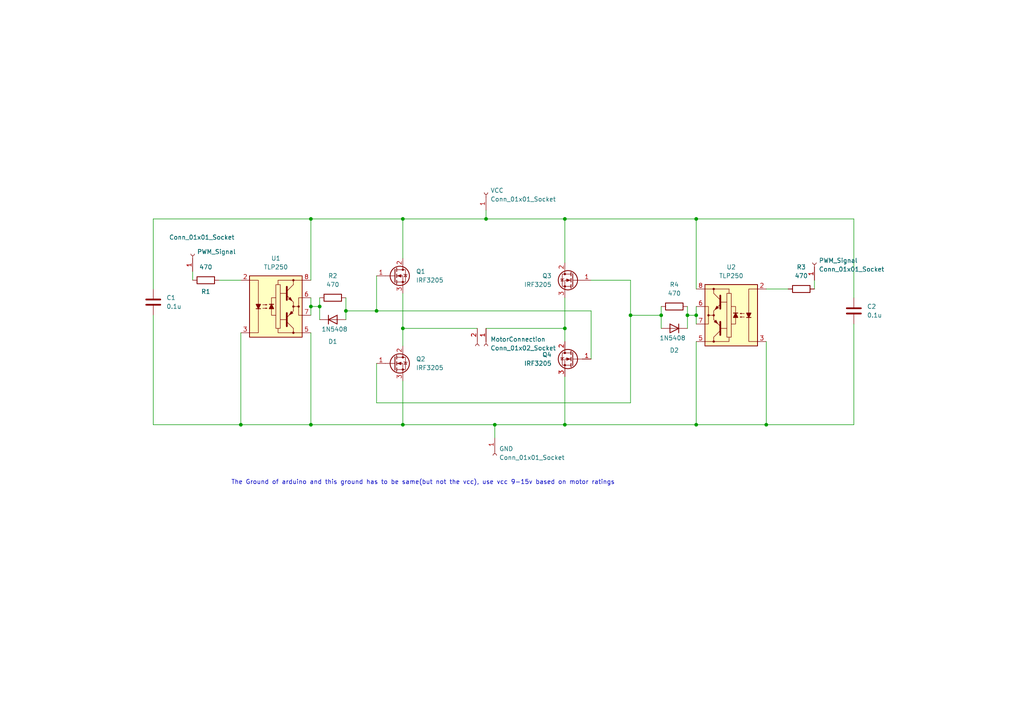
<source format=kicad_sch>
(kicad_sch
	(version 20231120)
	(generator "eeschema")
	(generator_version "8.0")
	(uuid "ae6a2e06-8306-4cd4-8eba-d8284378ee11")
	(paper "A4")
	(title_block
		(title "H-bridge")
	)
	(lib_symbols
		(symbol "Connector:Conn_01x01_Socket"
			(pin_names
				(offset 1.016) hide)
			(exclude_from_sim no)
			(in_bom yes)
			(on_board yes)
			(property "Reference" "J"
				(at 0 2.54 0)
				(effects
					(font
						(size 1.27 1.27)
					)
				)
			)
			(property "Value" "Conn_01x01_Socket"
				(at 0 -2.54 0)
				(effects
					(font
						(size 1.27 1.27)
					)
				)
			)
			(property "Footprint" ""
				(at 0 0 0)
				(effects
					(font
						(size 1.27 1.27)
					)
					(hide yes)
				)
			)
			(property "Datasheet" "~"
				(at 0 0 0)
				(effects
					(font
						(size 1.27 1.27)
					)
					(hide yes)
				)
			)
			(property "Description" "Generic connector, single row, 01x01, script generated"
				(at 0 0 0)
				(effects
					(font
						(size 1.27 1.27)
					)
					(hide yes)
				)
			)
			(property "ki_locked" ""
				(at 0 0 0)
				(effects
					(font
						(size 1.27 1.27)
					)
				)
			)
			(property "ki_keywords" "connector"
				(at 0 0 0)
				(effects
					(font
						(size 1.27 1.27)
					)
					(hide yes)
				)
			)
			(property "ki_fp_filters" "Connector*:*_1x??_*"
				(at 0 0 0)
				(effects
					(font
						(size 1.27 1.27)
					)
					(hide yes)
				)
			)
			(symbol "Conn_01x01_Socket_1_1"
				(polyline
					(pts
						(xy -1.27 0) (xy -0.508 0)
					)
					(stroke
						(width 0.1524)
						(type default)
					)
					(fill
						(type none)
					)
				)
				(arc
					(start 0 0.508)
					(mid -0.5058 0)
					(end 0 -0.508)
					(stroke
						(width 0.1524)
						(type default)
					)
					(fill
						(type none)
					)
				)
				(pin passive line
					(at -5.08 0 0)
					(length 3.81)
					(name "Pin_1"
						(effects
							(font
								(size 1.27 1.27)
							)
						)
					)
					(number "1"
						(effects
							(font
								(size 1.27 1.27)
							)
						)
					)
				)
			)
		)
		(symbol "Connector:Conn_01x02_Socket"
			(pin_names
				(offset 1.016) hide)
			(exclude_from_sim no)
			(in_bom yes)
			(on_board yes)
			(property "Reference" "J"
				(at 0 2.54 0)
				(effects
					(font
						(size 1.27 1.27)
					)
				)
			)
			(property "Value" "Conn_01x02_Socket"
				(at 0 -5.08 0)
				(effects
					(font
						(size 1.27 1.27)
					)
				)
			)
			(property "Footprint" ""
				(at 0 0 0)
				(effects
					(font
						(size 1.27 1.27)
					)
					(hide yes)
				)
			)
			(property "Datasheet" "~"
				(at 0 0 0)
				(effects
					(font
						(size 1.27 1.27)
					)
					(hide yes)
				)
			)
			(property "Description" "Generic connector, single row, 01x02, script generated"
				(at 0 0 0)
				(effects
					(font
						(size 1.27 1.27)
					)
					(hide yes)
				)
			)
			(property "ki_locked" ""
				(at 0 0 0)
				(effects
					(font
						(size 1.27 1.27)
					)
				)
			)
			(property "ki_keywords" "connector"
				(at 0 0 0)
				(effects
					(font
						(size 1.27 1.27)
					)
					(hide yes)
				)
			)
			(property "ki_fp_filters" "Connector*:*_1x??_*"
				(at 0 0 0)
				(effects
					(font
						(size 1.27 1.27)
					)
					(hide yes)
				)
			)
			(symbol "Conn_01x02_Socket_1_1"
				(arc
					(start 0 -2.032)
					(mid -0.5058 -2.54)
					(end 0 -3.048)
					(stroke
						(width 0.1524)
						(type default)
					)
					(fill
						(type none)
					)
				)
				(polyline
					(pts
						(xy -1.27 -2.54) (xy -0.508 -2.54)
					)
					(stroke
						(width 0.1524)
						(type default)
					)
					(fill
						(type none)
					)
				)
				(polyline
					(pts
						(xy -1.27 0) (xy -0.508 0)
					)
					(stroke
						(width 0.1524)
						(type default)
					)
					(fill
						(type none)
					)
				)
				(arc
					(start 0 0.508)
					(mid -0.5058 0)
					(end 0 -0.508)
					(stroke
						(width 0.1524)
						(type default)
					)
					(fill
						(type none)
					)
				)
				(pin passive line
					(at -5.08 0 0)
					(length 3.81)
					(name "Pin_1"
						(effects
							(font
								(size 1.27 1.27)
							)
						)
					)
					(number "1"
						(effects
							(font
								(size 1.27 1.27)
							)
						)
					)
				)
				(pin passive line
					(at -5.08 -2.54 0)
					(length 3.81)
					(name "Pin_2"
						(effects
							(font
								(size 1.27 1.27)
							)
						)
					)
					(number "2"
						(effects
							(font
								(size 1.27 1.27)
							)
						)
					)
				)
			)
		)
		(symbol "Device:C"
			(pin_numbers hide)
			(pin_names
				(offset 0.254)
			)
			(exclude_from_sim no)
			(in_bom yes)
			(on_board yes)
			(property "Reference" "C"
				(at 0.635 2.54 0)
				(effects
					(font
						(size 1.27 1.27)
					)
					(justify left)
				)
			)
			(property "Value" "C"
				(at 0.635 -2.54 0)
				(effects
					(font
						(size 1.27 1.27)
					)
					(justify left)
				)
			)
			(property "Footprint" ""
				(at 0.9652 -3.81 0)
				(effects
					(font
						(size 1.27 1.27)
					)
					(hide yes)
				)
			)
			(property "Datasheet" "~"
				(at 0 0 0)
				(effects
					(font
						(size 1.27 1.27)
					)
					(hide yes)
				)
			)
			(property "Description" "Unpolarized capacitor"
				(at 0 0 0)
				(effects
					(font
						(size 1.27 1.27)
					)
					(hide yes)
				)
			)
			(property "ki_keywords" "cap capacitor"
				(at 0 0 0)
				(effects
					(font
						(size 1.27 1.27)
					)
					(hide yes)
				)
			)
			(property "ki_fp_filters" "C_*"
				(at 0 0 0)
				(effects
					(font
						(size 1.27 1.27)
					)
					(hide yes)
				)
			)
			(symbol "C_0_1"
				(polyline
					(pts
						(xy -2.032 -0.762) (xy 2.032 -0.762)
					)
					(stroke
						(width 0.508)
						(type default)
					)
					(fill
						(type none)
					)
				)
				(polyline
					(pts
						(xy -2.032 0.762) (xy 2.032 0.762)
					)
					(stroke
						(width 0.508)
						(type default)
					)
					(fill
						(type none)
					)
				)
			)
			(symbol "C_1_1"
				(pin passive line
					(at 0 3.81 270)
					(length 2.794)
					(name "~"
						(effects
							(font
								(size 1.27 1.27)
							)
						)
					)
					(number "1"
						(effects
							(font
								(size 1.27 1.27)
							)
						)
					)
				)
				(pin passive line
					(at 0 -3.81 90)
					(length 2.794)
					(name "~"
						(effects
							(font
								(size 1.27 1.27)
							)
						)
					)
					(number "2"
						(effects
							(font
								(size 1.27 1.27)
							)
						)
					)
				)
			)
		)
		(symbol "Device:R"
			(pin_numbers hide)
			(pin_names
				(offset 0)
			)
			(exclude_from_sim no)
			(in_bom yes)
			(on_board yes)
			(property "Reference" "R"
				(at 2.032 0 90)
				(effects
					(font
						(size 1.27 1.27)
					)
				)
			)
			(property "Value" "R"
				(at 0 0 90)
				(effects
					(font
						(size 1.27 1.27)
					)
				)
			)
			(property "Footprint" ""
				(at -1.778 0 90)
				(effects
					(font
						(size 1.27 1.27)
					)
					(hide yes)
				)
			)
			(property "Datasheet" "~"
				(at 0 0 0)
				(effects
					(font
						(size 1.27 1.27)
					)
					(hide yes)
				)
			)
			(property "Description" "Resistor"
				(at 0 0 0)
				(effects
					(font
						(size 1.27 1.27)
					)
					(hide yes)
				)
			)
			(property "ki_keywords" "R res resistor"
				(at 0 0 0)
				(effects
					(font
						(size 1.27 1.27)
					)
					(hide yes)
				)
			)
			(property "ki_fp_filters" "R_*"
				(at 0 0 0)
				(effects
					(font
						(size 1.27 1.27)
					)
					(hide yes)
				)
			)
			(symbol "R_0_1"
				(rectangle
					(start -1.016 -2.54)
					(end 1.016 2.54)
					(stroke
						(width 0.254)
						(type default)
					)
					(fill
						(type none)
					)
				)
			)
			(symbol "R_1_1"
				(pin passive line
					(at 0 3.81 270)
					(length 1.27)
					(name "~"
						(effects
							(font
								(size 1.27 1.27)
							)
						)
					)
					(number "1"
						(effects
							(font
								(size 1.27 1.27)
							)
						)
					)
				)
				(pin passive line
					(at 0 -3.81 90)
					(length 1.27)
					(name "~"
						(effects
							(font
								(size 1.27 1.27)
							)
						)
					)
					(number "2"
						(effects
							(font
								(size 1.27 1.27)
							)
						)
					)
				)
			)
		)
		(symbol "Diode:1N5408"
			(pin_numbers hide)
			(pin_names hide)
			(exclude_from_sim no)
			(in_bom yes)
			(on_board yes)
			(property "Reference" "D"
				(at 0 2.54 0)
				(effects
					(font
						(size 1.27 1.27)
					)
				)
			)
			(property "Value" "1N5408"
				(at 0 -2.54 0)
				(effects
					(font
						(size 1.27 1.27)
					)
				)
			)
			(property "Footprint" "Diode_THT:D_DO-201AD_P15.24mm_Horizontal"
				(at 0 -4.445 0)
				(effects
					(font
						(size 1.27 1.27)
					)
					(hide yes)
				)
			)
			(property "Datasheet" "http://www.vishay.com/docs/88516/1n5400.pdf"
				(at 0 0 0)
				(effects
					(font
						(size 1.27 1.27)
					)
					(hide yes)
				)
			)
			(property "Description" "1000V 3A General Purpose Rectifier Diode, DO-201AD"
				(at 0 0 0)
				(effects
					(font
						(size 1.27 1.27)
					)
					(hide yes)
				)
			)
			(property "Sim.Device" "D"
				(at 0 0 0)
				(effects
					(font
						(size 1.27 1.27)
					)
					(hide yes)
				)
			)
			(property "Sim.Pins" "1=K 2=A"
				(at 0 0 0)
				(effects
					(font
						(size 1.27 1.27)
					)
					(hide yes)
				)
			)
			(property "ki_keywords" "diode"
				(at 0 0 0)
				(effects
					(font
						(size 1.27 1.27)
					)
					(hide yes)
				)
			)
			(property "ki_fp_filters" "D*DO?201AD*"
				(at 0 0 0)
				(effects
					(font
						(size 1.27 1.27)
					)
					(hide yes)
				)
			)
			(symbol "1N5408_0_1"
				(polyline
					(pts
						(xy -1.27 1.27) (xy -1.27 -1.27)
					)
					(stroke
						(width 0.254)
						(type default)
					)
					(fill
						(type none)
					)
				)
				(polyline
					(pts
						(xy 1.27 0) (xy -1.27 0)
					)
					(stroke
						(width 0)
						(type default)
					)
					(fill
						(type none)
					)
				)
				(polyline
					(pts
						(xy 1.27 1.27) (xy 1.27 -1.27) (xy -1.27 0) (xy 1.27 1.27)
					)
					(stroke
						(width 0.254)
						(type default)
					)
					(fill
						(type none)
					)
				)
			)
			(symbol "1N5408_1_1"
				(pin passive line
					(at -3.81 0 0)
					(length 2.54)
					(name "K"
						(effects
							(font
								(size 1.27 1.27)
							)
						)
					)
					(number "1"
						(effects
							(font
								(size 1.27 1.27)
							)
						)
					)
				)
				(pin passive line
					(at 3.81 0 180)
					(length 2.54)
					(name "A"
						(effects
							(font
								(size 1.27 1.27)
							)
						)
					)
					(number "2"
						(effects
							(font
								(size 1.27 1.27)
							)
						)
					)
				)
			)
		)
		(symbol "Driver_FET:TLP250"
			(pin_names hide)
			(exclude_from_sim no)
			(in_bom yes)
			(on_board yes)
			(property "Reference" "U"
				(at 0 12.7 0)
				(effects
					(font
						(size 1.27 1.27)
					)
				)
			)
			(property "Value" "TLP250"
				(at 0 10.16 0)
				(effects
					(font
						(size 1.27 1.27)
					)
				)
			)
			(property "Footprint" "Package_DIP:DIP-8_W7.62mm"
				(at 0 -10.16 0)
				(effects
					(font
						(size 1.27 1.27)
						(italic yes)
					)
					(hide yes)
				)
			)
			(property "Datasheet" "http://toshiba.semicon-storage.com/info/docget.jsp?did=16821&prodName=TLP250"
				(at -2.286 0.127 0)
				(effects
					(font
						(size 1.27 1.27)
					)
					(justify left)
					(hide yes)
				)
			)
			(property "Description" "Gate Drive Optocoupler, Output Current 1.5/1.5A, DIP-8"
				(at 0 0 0)
				(effects
					(font
						(size 1.27 1.27)
					)
					(hide yes)
				)
			)
			(property "ki_keywords" "MOSFET Driver IGBT Driver Optocoupler"
				(at 0 0 0)
				(effects
					(font
						(size 1.27 1.27)
					)
					(hide yes)
				)
			)
			(property "ki_fp_filters" "DIP*W7.62mm*"
				(at 0 0 0)
				(effects
					(font
						(size 1.27 1.27)
					)
					(hide yes)
				)
			)
			(symbol "TLP250_0_1"
				(rectangle
					(start -7.62 8.89)
					(end 7.62 -8.89)
					(stroke
						(width 0.254)
						(type default)
					)
					(fill
						(type background)
					)
				)
				(polyline
					(pts
						(xy -5.715 -0.635) (xy -4.445 -0.635)
					)
					(stroke
						(width 0.254)
						(type default)
					)
					(fill
						(type none)
					)
				)
				(polyline
					(pts
						(xy -0.635 0.635) (xy -1.905 0.635)
					)
					(stroke
						(width 0.254)
						(type default)
					)
					(fill
						(type none)
					)
				)
				(polyline
					(pts
						(xy 3.048 -3.81) (xy 1.27 -3.81)
					)
					(stroke
						(width 0)
						(type default)
					)
					(fill
						(type none)
					)
				)
				(polyline
					(pts
						(xy 3.048 3.81) (xy 1.27 3.81)
					)
					(stroke
						(width 0)
						(type default)
					)
					(fill
						(type none)
					)
				)
				(polyline
					(pts
						(xy 3.175 -4.445) (xy 5.08 -6.35)
					)
					(stroke
						(width 0)
						(type default)
					)
					(fill
						(type none)
					)
				)
				(polyline
					(pts
						(xy 3.175 4.445) (xy 5.08 6.35)
					)
					(stroke
						(width 0)
						(type default)
					)
					(fill
						(type none)
					)
				)
				(polyline
					(pts
						(xy 5.08 -6.35) (xy 5.08 -7.62)
					)
					(stroke
						(width 0)
						(type default)
					)
					(fill
						(type none)
					)
				)
				(polyline
					(pts
						(xy 5.08 -1.27) (xy 3.175 -3.175)
					)
					(stroke
						(width 0)
						(type default)
					)
					(fill
						(type outline)
					)
				)
				(polyline
					(pts
						(xy 5.08 0) (xy 6.604 0)
					)
					(stroke
						(width 0)
						(type default)
					)
					(fill
						(type none)
					)
				)
				(polyline
					(pts
						(xy 5.08 1.27) (xy 3.175 3.175)
					)
					(stroke
						(width 0)
						(type default)
					)
					(fill
						(type outline)
					)
				)
				(polyline
					(pts
						(xy 5.08 6.35) (xy 5.08 7.62)
					)
					(stroke
						(width 0)
						(type default)
					)
					(fill
						(type none)
					)
				)
				(polyline
					(pts
						(xy 7.62 7.62) (xy 0.635 7.62)
					)
					(stroke
						(width 0)
						(type default)
					)
					(fill
						(type none)
					)
				)
				(polyline
					(pts
						(xy -1.27 -0.635) (xy -1.27 -2.54) (xy 0 -2.54)
					)
					(stroke
						(width 0)
						(type default)
					)
					(fill
						(type none)
					)
				)
				(polyline
					(pts
						(xy -1.27 0.635) (xy -1.27 2.54) (xy 0 2.54)
					)
					(stroke
						(width 0)
						(type default)
					)
					(fill
						(type none)
					)
				)
				(polyline
					(pts
						(xy 0.635 -6.35) (xy 0.635 -7.62) (xy 7.62 -7.62)
					)
					(stroke
						(width 0)
						(type default)
					)
					(fill
						(type none)
					)
				)
				(polyline
					(pts
						(xy 3.175 -5.715) (xy 3.175 -1.905) (xy 3.175 -1.905)
					)
					(stroke
						(width 0.508)
						(type default)
					)
					(fill
						(type none)
					)
				)
				(polyline
					(pts
						(xy 3.175 5.715) (xy 3.175 1.905) (xy 3.175 1.905)
					)
					(stroke
						(width 0.508)
						(type default)
					)
					(fill
						(type none)
					)
				)
				(polyline
					(pts
						(xy -7.62 7.62) (xy -5.08 7.62) (xy -5.08 -7.62) (xy -7.62 -7.62)
					)
					(stroke
						(width 0)
						(type default)
					)
					(fill
						(type none)
					)
				)
				(polyline
					(pts
						(xy -5.08 -0.635) (xy -5.715 0.635) (xy -4.445 0.635) (xy -5.08 -0.635)
					)
					(stroke
						(width 0.254)
						(type default)
					)
					(fill
						(type outline)
					)
				)
				(polyline
					(pts
						(xy -1.27 0.635) (xy -0.635 -0.635) (xy -1.905 -0.635) (xy -1.27 0.635)
					)
					(stroke
						(width 0.254)
						(type default)
					)
					(fill
						(type outline)
					)
				)
				(polyline
					(pts
						(xy 7.62 2.54) (xy 6.604 2.54) (xy 6.604 -2.54) (xy 7.62 -2.54)
					)
					(stroke
						(width 0)
						(type default)
					)
					(fill
						(type none)
					)
				)
				(polyline
					(pts
						(xy -3.81 -0.508) (xy -2.54 -0.508) (xy -2.921 -0.635) (xy -2.921 -0.381) (xy -2.54 -0.508)
					)
					(stroke
						(width 0)
						(type default)
					)
					(fill
						(type none)
					)
				)
				(polyline
					(pts
						(xy -3.81 0.508) (xy -2.54 0.508) (xy -2.921 0.381) (xy -2.921 0.635) (xy -2.54 0.508)
					)
					(stroke
						(width 0)
						(type default)
					)
					(fill
						(type none)
					)
				)
				(polyline
					(pts
						(xy 1.27 6.35) (xy 1.27 -6.35) (xy 0 -6.35) (xy 0 6.35) (xy 1.27 6.35)
					)
					(stroke
						(width 0)
						(type default)
					)
					(fill
						(type none)
					)
				)
				(polyline
					(pts
						(xy 3.683 2.159) (xy 4.191 2.667) (xy 4.699 1.651) (xy 3.683 2.159) (xy 3.683 2.159)
					)
					(stroke
						(width 0)
						(type default)
					)
					(fill
						(type outline)
					)
				)
				(polyline
					(pts
						(xy 4.953 -1.905) (xy 4.445 -1.397) (xy 3.937 -2.413) (xy 4.953 -1.905) (xy 4.953 -1.905)
					)
					(stroke
						(width 0)
						(type default)
					)
					(fill
						(type outline)
					)
				)
				(rectangle
					(start 0.635 6.35)
					(end 0.635 6.35)
					(stroke
						(width 0)
						(type default)
					)
					(fill
						(type none)
					)
				)
				(rectangle
					(start 0.635 6.35)
					(end 0.635 7.62)
					(stroke
						(width 0)
						(type default)
					)
					(fill
						(type none)
					)
				)
				(circle
					(center 5.08 -7.62)
					(radius 0.254)
					(stroke
						(width 0)
						(type default)
					)
					(fill
						(type outline)
					)
				)
				(circle
					(center 5.08 0)
					(radius 0.254)
					(stroke
						(width 0)
						(type default)
					)
					(fill
						(type outline)
					)
				)
				(rectangle
					(start 5.08 1.27)
					(end 5.08 -1.27)
					(stroke
						(width 0)
						(type default)
					)
					(fill
						(type none)
					)
				)
				(circle
					(center 5.08 7.62)
					(radius 0.254)
					(stroke
						(width 0)
						(type default)
					)
					(fill
						(type outline)
					)
				)
				(circle
					(center 6.604 0)
					(radius 0.254)
					(stroke
						(width 0)
						(type default)
					)
					(fill
						(type outline)
					)
				)
			)
			(symbol "TLP250_1_1"
				(pin no_connect line
					(at -7.62 2.54 0)
					(length 2.54) hide
					(name "NC"
						(effects
							(font
								(size 1.27 1.27)
							)
						)
					)
					(number "1"
						(effects
							(font
								(size 1.27 1.27)
							)
						)
					)
				)
				(pin passive line
					(at -10.16 7.62 0)
					(length 2.54)
					(name "A"
						(effects
							(font
								(size 1.27 1.27)
							)
						)
					)
					(number "2"
						(effects
							(font
								(size 1.27 1.27)
							)
						)
					)
				)
				(pin passive line
					(at -10.16 -7.62 0)
					(length 2.54)
					(name "C"
						(effects
							(font
								(size 1.27 1.27)
							)
						)
					)
					(number "3"
						(effects
							(font
								(size 1.27 1.27)
							)
						)
					)
				)
				(pin no_connect line
					(at -7.62 -2.54 0)
					(length 2.54) hide
					(name "NC"
						(effects
							(font
								(size 1.27 1.27)
							)
						)
					)
					(number "4"
						(effects
							(font
								(size 1.27 1.27)
							)
						)
					)
				)
				(pin power_in line
					(at 10.16 -7.62 180)
					(length 2.54)
					(name "VEE"
						(effects
							(font
								(size 1.27 1.27)
							)
						)
					)
					(number "5"
						(effects
							(font
								(size 1.27 1.27)
							)
						)
					)
				)
				(pin output line
					(at 10.16 2.54 180)
					(length 2.54)
					(name "VO"
						(effects
							(font
								(size 1.27 1.27)
							)
						)
					)
					(number "6"
						(effects
							(font
								(size 1.27 1.27)
							)
						)
					)
				)
				(pin output line
					(at 10.16 -2.54 180)
					(length 2.54)
					(name "VO"
						(effects
							(font
								(size 1.27 1.27)
							)
						)
					)
					(number "7"
						(effects
							(font
								(size 1.27 1.27)
							)
						)
					)
				)
				(pin power_in line
					(at 10.16 7.62 180)
					(length 2.54)
					(name "VCC"
						(effects
							(font
								(size 1.27 1.27)
							)
						)
					)
					(number "8"
						(effects
							(font
								(size 1.27 1.27)
							)
						)
					)
				)
			)
		)
		(symbol "Transistor_FET:IRF3205"
			(pin_names hide)
			(exclude_from_sim no)
			(in_bom yes)
			(on_board yes)
			(property "Reference" "Q"
				(at 5.08 1.905 0)
				(effects
					(font
						(size 1.27 1.27)
					)
					(justify left)
				)
			)
			(property "Value" "IRF3205"
				(at 5.08 0 0)
				(effects
					(font
						(size 1.27 1.27)
					)
					(justify left)
				)
			)
			(property "Footprint" "Package_TO_SOT_THT:TO-220-3_Vertical"
				(at 5.08 -1.905 0)
				(effects
					(font
						(size 1.27 1.27)
						(italic yes)
					)
					(justify left)
					(hide yes)
				)
			)
			(property "Datasheet" "http://www.irf.com/product-info/datasheets/data/irf3205.pdf"
				(at 5.08 -3.81 0)
				(effects
					(font
						(size 1.27 1.27)
					)
					(justify left)
					(hide yes)
				)
			)
			(property "Description" "110A Id, 55V Vds, Single N-Channel HEXFET Power MOSFET, 8mOhm Ron, TO-220AB"
				(at 0 0 0)
				(effects
					(font
						(size 1.27 1.27)
					)
					(hide yes)
				)
			)
			(property "ki_keywords" "Single N-Channel HEXFET Power MOSFET"
				(at 0 0 0)
				(effects
					(font
						(size 1.27 1.27)
					)
					(hide yes)
				)
			)
			(property "ki_fp_filters" "TO?220*"
				(at 0 0 0)
				(effects
					(font
						(size 1.27 1.27)
					)
					(hide yes)
				)
			)
			(symbol "IRF3205_0_1"
				(polyline
					(pts
						(xy 0.254 0) (xy -2.54 0)
					)
					(stroke
						(width 0)
						(type default)
					)
					(fill
						(type none)
					)
				)
				(polyline
					(pts
						(xy 0.254 1.905) (xy 0.254 -1.905)
					)
					(stroke
						(width 0.254)
						(type default)
					)
					(fill
						(type none)
					)
				)
				(polyline
					(pts
						(xy 0.762 -1.27) (xy 0.762 -2.286)
					)
					(stroke
						(width 0.254)
						(type default)
					)
					(fill
						(type none)
					)
				)
				(polyline
					(pts
						(xy 0.762 0.508) (xy 0.762 -0.508)
					)
					(stroke
						(width 0.254)
						(type default)
					)
					(fill
						(type none)
					)
				)
				(polyline
					(pts
						(xy 0.762 2.286) (xy 0.762 1.27)
					)
					(stroke
						(width 0.254)
						(type default)
					)
					(fill
						(type none)
					)
				)
				(polyline
					(pts
						(xy 2.54 2.54) (xy 2.54 1.778)
					)
					(stroke
						(width 0)
						(type default)
					)
					(fill
						(type none)
					)
				)
				(polyline
					(pts
						(xy 2.54 -2.54) (xy 2.54 0) (xy 0.762 0)
					)
					(stroke
						(width 0)
						(type default)
					)
					(fill
						(type none)
					)
				)
				(polyline
					(pts
						(xy 0.762 -1.778) (xy 3.302 -1.778) (xy 3.302 1.778) (xy 0.762 1.778)
					)
					(stroke
						(width 0)
						(type default)
					)
					(fill
						(type none)
					)
				)
				(polyline
					(pts
						(xy 1.016 0) (xy 2.032 0.381) (xy 2.032 -0.381) (xy 1.016 0)
					)
					(stroke
						(width 0)
						(type default)
					)
					(fill
						(type outline)
					)
				)
				(polyline
					(pts
						(xy 2.794 0.508) (xy 2.921 0.381) (xy 3.683 0.381) (xy 3.81 0.254)
					)
					(stroke
						(width 0)
						(type default)
					)
					(fill
						(type none)
					)
				)
				(polyline
					(pts
						(xy 3.302 0.381) (xy 2.921 -0.254) (xy 3.683 -0.254) (xy 3.302 0.381)
					)
					(stroke
						(width 0)
						(type default)
					)
					(fill
						(type none)
					)
				)
				(circle
					(center 1.651 0)
					(radius 2.794)
					(stroke
						(width 0.254)
						(type default)
					)
					(fill
						(type none)
					)
				)
				(circle
					(center 2.54 -1.778)
					(radius 0.254)
					(stroke
						(width 0)
						(type default)
					)
					(fill
						(type outline)
					)
				)
				(circle
					(center 2.54 1.778)
					(radius 0.254)
					(stroke
						(width 0)
						(type default)
					)
					(fill
						(type outline)
					)
				)
			)
			(symbol "IRF3205_1_1"
				(pin input line
					(at -5.08 0 0)
					(length 2.54)
					(name "G"
						(effects
							(font
								(size 1.27 1.27)
							)
						)
					)
					(number "1"
						(effects
							(font
								(size 1.27 1.27)
							)
						)
					)
				)
				(pin passive line
					(at 2.54 5.08 270)
					(length 2.54)
					(name "D"
						(effects
							(font
								(size 1.27 1.27)
							)
						)
					)
					(number "2"
						(effects
							(font
								(size 1.27 1.27)
							)
						)
					)
				)
				(pin passive line
					(at 2.54 -5.08 90)
					(length 2.54)
					(name "S"
						(effects
							(font
								(size 1.27 1.27)
							)
						)
					)
					(number "3"
						(effects
							(font
								(size 1.27 1.27)
							)
						)
					)
				)
			)
		)
	)
	(junction
		(at 116.84 63.5)
		(diameter 0)
		(color 0 0 0 0)
		(uuid "09d3c9fa-479b-4fd7-afcf-c840c278932f")
	)
	(junction
		(at 116.84 95.25)
		(diameter 0)
		(color 0 0 0 0)
		(uuid "0e581637-a644-47bf-a3a4-f9a05bcd2155")
	)
	(junction
		(at 109.22 90.17)
		(diameter 0)
		(color 0 0 0 0)
		(uuid "1353e5b4-db00-4f98-820b-1f28edae7f53")
	)
	(junction
		(at 116.84 123.19)
		(diameter 0)
		(color 0 0 0 0)
		(uuid "19445c34-5ccd-4e22-867a-86c472c4439a")
	)
	(junction
		(at 182.88 91.44)
		(diameter 0)
		(color 0 0 0 0)
		(uuid "3866370b-3102-420f-9fbd-2ed2f34c6d42")
	)
	(junction
		(at 222.25 123.19)
		(diameter 0)
		(color 0 0 0 0)
		(uuid "50e70e07-bf9b-44f0-8873-df1624d75333")
	)
	(junction
		(at 201.93 91.44)
		(diameter 0)
		(color 0 0 0 0)
		(uuid "5d27604d-ae91-4c00-8348-7c5811445e79")
	)
	(junction
		(at 201.93 123.19)
		(diameter 0)
		(color 0 0 0 0)
		(uuid "5e5ad809-2ffb-4200-8ea5-71aa306d8bc9")
	)
	(junction
		(at 92.71 88.9)
		(diameter 0)
		(color 0 0 0 0)
		(uuid "64f44aad-c1c9-42d8-ac2c-948f1a32916c")
	)
	(junction
		(at 201.93 63.5)
		(diameter 0)
		(color 0 0 0 0)
		(uuid "65573751-e976-4103-8e9b-bdf9fd542bc0")
	)
	(junction
		(at 90.17 63.5)
		(diameter 0)
		(color 0 0 0 0)
		(uuid "705c3080-904f-4776-ad5f-0b8655ca05b8")
	)
	(junction
		(at 191.77 91.44)
		(diameter 0)
		(color 0 0 0 0)
		(uuid "7342ae21-b481-4bac-8d5d-0129bbc85fe2")
	)
	(junction
		(at 163.83 63.5)
		(diameter 0)
		(color 0 0 0 0)
		(uuid "9199aad0-1dec-49f2-bf0e-9e1f5acf9d03")
	)
	(junction
		(at 163.83 95.25)
		(diameter 0)
		(color 0 0 0 0)
		(uuid "96397f72-9f74-43a8-a38b-2de004e0afc3")
	)
	(junction
		(at 143.51 123.19)
		(diameter 0)
		(color 0 0 0 0)
		(uuid "98cbbc19-044a-43d2-84c3-cbfe22bddbe8")
	)
	(junction
		(at 140.97 63.5)
		(diameter 0)
		(color 0 0 0 0)
		(uuid "a286b5da-a88b-4b1c-830f-4573dcf917b1")
	)
	(junction
		(at 163.83 123.19)
		(diameter 0)
		(color 0 0 0 0)
		(uuid "a6e8aaa5-a502-48bd-b130-3fe61ddbf439")
	)
	(junction
		(at 69.85 123.19)
		(diameter 0)
		(color 0 0 0 0)
		(uuid "c589a3d2-eea2-4ece-a53d-4aef88df03db")
	)
	(junction
		(at 100.33 90.17)
		(diameter 0)
		(color 0 0 0 0)
		(uuid "c9a8b4f3-a5c8-4539-8e72-59fab36b164a")
	)
	(junction
		(at 90.17 88.9)
		(diameter 0)
		(color 0 0 0 0)
		(uuid "e0664102-8e6c-4569-b6a5-58fe5e542989")
	)
	(junction
		(at 199.39 91.44)
		(diameter 0)
		(color 0 0 0 0)
		(uuid "e3b1d055-d5ef-4b13-97a8-be00684499cf")
	)
	(junction
		(at 90.17 123.19)
		(diameter 0)
		(color 0 0 0 0)
		(uuid "ec4927f3-da56-491c-8b70-ccf15849b21e")
	)
	(wire
		(pts
			(xy 90.17 86.36) (xy 90.17 88.9)
		)
		(stroke
			(width 0)
			(type default)
		)
		(uuid "00ce75c4-9732-409e-bd46-a329f58e78bb")
	)
	(wire
		(pts
			(xy 171.45 90.17) (xy 171.45 104.14)
		)
		(stroke
			(width 0)
			(type default)
		)
		(uuid "0552d139-71a9-4fe9-a443-f3d7bfd7e8b4")
	)
	(wire
		(pts
			(xy 201.93 63.5) (xy 247.65 63.5)
		)
		(stroke
			(width 0)
			(type default)
		)
		(uuid "0a9a8789-6e2d-4d15-94e3-b6406ed9b7cc")
	)
	(wire
		(pts
			(xy 199.39 91.44) (xy 199.39 95.25)
		)
		(stroke
			(width 0)
			(type default)
		)
		(uuid "0caecc7f-7194-468b-be8f-04aa5cca0c3f")
	)
	(wire
		(pts
			(xy 201.93 99.06) (xy 201.93 123.19)
		)
		(stroke
			(width 0)
			(type default)
		)
		(uuid "11392968-2dd5-48cf-bd0d-742c40d6d998")
	)
	(wire
		(pts
			(xy 191.77 91.44) (xy 191.77 95.25)
		)
		(stroke
			(width 0)
			(type default)
		)
		(uuid "15c349f2-e6e7-490f-9c38-9a71fdab6bc9")
	)
	(wire
		(pts
			(xy 90.17 123.19) (xy 116.84 123.19)
		)
		(stroke
			(width 0)
			(type default)
		)
		(uuid "16a4847d-f48e-4e88-9972-b951fafeb150")
	)
	(wire
		(pts
			(xy 55.88 78.74) (xy 55.88 81.28)
		)
		(stroke
			(width 0)
			(type default)
		)
		(uuid "188b8f63-e622-49d5-b69d-b0b3d10593fb")
	)
	(wire
		(pts
			(xy 182.88 116.84) (xy 109.22 116.84)
		)
		(stroke
			(width 0)
			(type default)
		)
		(uuid "1b53abb8-2fc9-4171-9754-6eb99b6a5e13")
	)
	(wire
		(pts
			(xy 201.93 88.9) (xy 201.93 91.44)
		)
		(stroke
			(width 0)
			(type default)
		)
		(uuid "1f97052d-4ff1-444d-9c3f-f6524a78e4c7")
	)
	(wire
		(pts
			(xy 182.88 91.44) (xy 182.88 81.28)
		)
		(stroke
			(width 0)
			(type default)
		)
		(uuid "25b820c1-c6d8-4233-96f2-d9aaed8103ab")
	)
	(wire
		(pts
			(xy 222.25 99.06) (xy 222.25 123.19)
		)
		(stroke
			(width 0)
			(type default)
		)
		(uuid "26b5d453-2e21-49a9-b36a-9227e96cefbe")
	)
	(wire
		(pts
			(xy 182.88 81.28) (xy 171.45 81.28)
		)
		(stroke
			(width 0)
			(type default)
		)
		(uuid "2704f86e-ce8c-410c-8be9-34efc2c54ee7")
	)
	(wire
		(pts
			(xy 109.22 80.01) (xy 109.22 90.17)
		)
		(stroke
			(width 0)
			(type default)
		)
		(uuid "2e24ee34-6fd3-4fbb-8e54-115f3262b60f")
	)
	(wire
		(pts
			(xy 247.65 93.98) (xy 247.65 123.19)
		)
		(stroke
			(width 0)
			(type default)
		)
		(uuid "31e526aa-5842-43e6-b85f-e0b9e0e5786f")
	)
	(wire
		(pts
			(xy 116.84 85.09) (xy 116.84 95.25)
		)
		(stroke
			(width 0)
			(type default)
		)
		(uuid "334902f1-f6ba-40c6-b85b-d1982db857a0")
	)
	(wire
		(pts
			(xy 236.22 81.28) (xy 236.22 83.82)
		)
		(stroke
			(width 0)
			(type default)
		)
		(uuid "347f29fb-b12e-4154-b715-7305b5527c7c")
	)
	(wire
		(pts
			(xy 44.45 91.44) (xy 44.45 123.19)
		)
		(stroke
			(width 0)
			(type default)
		)
		(uuid "38ae249a-d65c-4e5e-9c4a-8a88ea195b10")
	)
	(wire
		(pts
			(xy 69.85 96.52) (xy 69.85 123.19)
		)
		(stroke
			(width 0)
			(type default)
		)
		(uuid "38c96818-bc8f-4abc-8804-d4e7553df084")
	)
	(wire
		(pts
			(xy 44.45 63.5) (xy 90.17 63.5)
		)
		(stroke
			(width 0)
			(type default)
		)
		(uuid "3d555497-02a0-4880-b029-000d994e8589")
	)
	(wire
		(pts
			(xy 44.45 83.82) (xy 44.45 63.5)
		)
		(stroke
			(width 0)
			(type default)
		)
		(uuid "4049ec4c-4673-4230-9fa5-85f85ec184e2")
	)
	(wire
		(pts
			(xy 116.84 123.19) (xy 143.51 123.19)
		)
		(stroke
			(width 0)
			(type default)
		)
		(uuid "47695fdc-c261-4a02-b18e-5c3d025eee1b")
	)
	(wire
		(pts
			(xy 90.17 88.9) (xy 90.17 91.44)
		)
		(stroke
			(width 0)
			(type default)
		)
		(uuid "4e9f0ff1-44f8-4ea9-b141-50d366abff17")
	)
	(wire
		(pts
			(xy 140.97 60.96) (xy 140.97 63.5)
		)
		(stroke
			(width 0)
			(type default)
		)
		(uuid "4f4c0a31-4eb0-42c8-ab76-f6431b46a573")
	)
	(wire
		(pts
			(xy 69.85 123.19) (xy 90.17 123.19)
		)
		(stroke
			(width 0)
			(type default)
		)
		(uuid "51222962-b65d-4f74-87cf-8510c940d14a")
	)
	(wire
		(pts
			(xy 100.33 90.17) (xy 109.22 90.17)
		)
		(stroke
			(width 0)
			(type default)
		)
		(uuid "5574684a-cfc5-4a90-9fbf-87fd7d46607a")
	)
	(wire
		(pts
			(xy 116.84 95.25) (xy 138.43 95.25)
		)
		(stroke
			(width 0)
			(type default)
		)
		(uuid "5626022c-29a5-47d8-95e6-ca290744d34d")
	)
	(wire
		(pts
			(xy 116.84 110.49) (xy 116.84 123.19)
		)
		(stroke
			(width 0)
			(type default)
		)
		(uuid "5e07e3bd-a063-47bd-9f0d-119bd631bcdf")
	)
	(wire
		(pts
			(xy 163.83 63.5) (xy 201.93 63.5)
		)
		(stroke
			(width 0)
			(type default)
		)
		(uuid "5ef0547f-2a28-4660-8926-7d738870d3d3")
	)
	(wire
		(pts
			(xy 201.93 91.44) (xy 201.93 93.98)
		)
		(stroke
			(width 0)
			(type default)
		)
		(uuid "66d97979-dca9-425e-9cae-ac9dd4393d20")
	)
	(wire
		(pts
			(xy 228.6 83.82) (xy 222.25 83.82)
		)
		(stroke
			(width 0)
			(type default)
		)
		(uuid "6801ccf5-5ea6-4561-9839-3ea1ef5ef683")
	)
	(wire
		(pts
			(xy 116.84 74.93) (xy 116.84 63.5)
		)
		(stroke
			(width 0)
			(type default)
		)
		(uuid "6835af6c-9fab-4f5c-8cbe-190a8ce2af45")
	)
	(wire
		(pts
			(xy 191.77 88.9) (xy 191.77 91.44)
		)
		(stroke
			(width 0)
			(type default)
		)
		(uuid "695dab2f-c7a3-4e85-b058-2256588b44d1")
	)
	(wire
		(pts
			(xy 92.71 88.9) (xy 92.71 92.71)
		)
		(stroke
			(width 0)
			(type default)
		)
		(uuid "6e7d6812-861e-47ae-98e2-ec4202e63eea")
	)
	(wire
		(pts
			(xy 90.17 81.28) (xy 90.17 63.5)
		)
		(stroke
			(width 0)
			(type default)
		)
		(uuid "7194f2b2-69ba-4437-9a32-cf0a0cce7162")
	)
	(wire
		(pts
			(xy 109.22 116.84) (xy 109.22 105.41)
		)
		(stroke
			(width 0)
			(type default)
		)
		(uuid "738ce836-65d4-45e1-8457-d516dca98a14")
	)
	(wire
		(pts
			(xy 109.22 90.17) (xy 171.45 90.17)
		)
		(stroke
			(width 0)
			(type default)
		)
		(uuid "7a930052-3572-4bd3-b045-8c045cf5de5f")
	)
	(wire
		(pts
			(xy 163.83 63.5) (xy 163.83 76.2)
		)
		(stroke
			(width 0)
			(type default)
		)
		(uuid "7b11d792-3923-4d9c-a20d-6b8bed6a1234")
	)
	(wire
		(pts
			(xy 140.97 95.25) (xy 163.83 95.25)
		)
		(stroke
			(width 0)
			(type default)
		)
		(uuid "82e8dfe7-2df4-41b7-9de0-3d500af7097b")
	)
	(wire
		(pts
			(xy 201.93 63.5) (xy 201.93 83.82)
		)
		(stroke
			(width 0)
			(type default)
		)
		(uuid "844aadd1-6cbc-4ca3-a4d1-3c1671483e0e")
	)
	(wire
		(pts
			(xy 247.65 63.5) (xy 247.65 86.36)
		)
		(stroke
			(width 0)
			(type default)
		)
		(uuid "88ed15be-8226-4d30-bc4b-1b7fe7628569")
	)
	(wire
		(pts
			(xy 143.51 123.19) (xy 163.83 123.19)
		)
		(stroke
			(width 0)
			(type default)
		)
		(uuid "898507ec-7244-4964-8097-7fe707401231")
	)
	(wire
		(pts
			(xy 90.17 96.52) (xy 90.17 123.19)
		)
		(stroke
			(width 0)
			(type default)
		)
		(uuid "8a698c05-338a-4cbb-8530-e5b69ba688c8")
	)
	(wire
		(pts
			(xy 63.5 81.28) (xy 69.85 81.28)
		)
		(stroke
			(width 0)
			(type default)
		)
		(uuid "8d211e29-3470-464d-badc-dc2ee2718385")
	)
	(wire
		(pts
			(xy 143.51 123.19) (xy 143.51 127)
		)
		(stroke
			(width 0)
			(type default)
		)
		(uuid "90ead02b-c819-4048-93da-12608851b7e3")
	)
	(wire
		(pts
			(xy 92.71 88.9) (xy 90.17 88.9)
		)
		(stroke
			(width 0)
			(type default)
		)
		(uuid "923d02bf-d294-4045-a72f-e467a9755afb")
	)
	(wire
		(pts
			(xy 90.17 63.5) (xy 116.84 63.5)
		)
		(stroke
			(width 0)
			(type default)
		)
		(uuid "94ca1bd0-0f2b-4344-b827-cb9af82c4b54")
	)
	(wire
		(pts
			(xy 100.33 90.17) (xy 100.33 92.71)
		)
		(stroke
			(width 0)
			(type default)
		)
		(uuid "9810189f-8cd9-47e2-a094-5997840f98e1")
	)
	(wire
		(pts
			(xy 92.71 86.36) (xy 92.71 88.9)
		)
		(stroke
			(width 0)
			(type default)
		)
		(uuid "a6ca5290-e83f-4f48-ba49-4965623b5c76")
	)
	(wire
		(pts
			(xy 222.25 123.19) (xy 201.93 123.19)
		)
		(stroke
			(width 0)
			(type default)
		)
		(uuid "a781e9a4-9da8-4127-9a87-df145a115ca3")
	)
	(wire
		(pts
			(xy 140.97 63.5) (xy 163.83 63.5)
		)
		(stroke
			(width 0)
			(type default)
		)
		(uuid "acb9c31f-a3e5-4c48-be73-8a2104182fd6")
	)
	(wire
		(pts
			(xy 163.83 109.22) (xy 163.83 123.19)
		)
		(stroke
			(width 0)
			(type default)
		)
		(uuid "b3880297-e39c-40fd-85de-f7e431e2df6e")
	)
	(wire
		(pts
			(xy 100.33 86.36) (xy 100.33 90.17)
		)
		(stroke
			(width 0)
			(type default)
		)
		(uuid "b4aec829-56c0-4694-8e25-d941038d579e")
	)
	(wire
		(pts
			(xy 247.65 123.19) (xy 222.25 123.19)
		)
		(stroke
			(width 0)
			(type default)
		)
		(uuid "c1228f04-ccbf-4945-a342-9f93fbf6e3a6")
	)
	(wire
		(pts
			(xy 199.39 88.9) (xy 199.39 91.44)
		)
		(stroke
			(width 0)
			(type default)
		)
		(uuid "d4c52634-3ed6-4682-a1ef-f3d9652b65f6")
	)
	(wire
		(pts
			(xy 116.84 95.25) (xy 116.84 100.33)
		)
		(stroke
			(width 0)
			(type default)
		)
		(uuid "d4e8b020-c19d-419e-8934-5151eaaa318e")
	)
	(wire
		(pts
			(xy 201.93 123.19) (xy 163.83 123.19)
		)
		(stroke
			(width 0)
			(type default)
		)
		(uuid "de306935-ee94-42a0-8019-5206e9b6c164")
	)
	(wire
		(pts
			(xy 199.39 91.44) (xy 201.93 91.44)
		)
		(stroke
			(width 0)
			(type default)
		)
		(uuid "e21b0f23-8c5b-4a3e-9d05-54d2f5af9668")
	)
	(wire
		(pts
			(xy 116.84 63.5) (xy 140.97 63.5)
		)
		(stroke
			(width 0)
			(type default)
		)
		(uuid "e2edaa67-d537-475f-91cd-8e0be61c4b01")
	)
	(wire
		(pts
			(xy 182.88 91.44) (xy 182.88 116.84)
		)
		(stroke
			(width 0)
			(type default)
		)
		(uuid "e3dfa897-6fcf-4aa0-ad39-e9be2fb39463")
	)
	(wire
		(pts
			(xy 191.77 91.44) (xy 182.88 91.44)
		)
		(stroke
			(width 0)
			(type default)
		)
		(uuid "e62eab51-2020-4b3f-96bd-1844a61b3e83")
	)
	(wire
		(pts
			(xy 163.83 86.36) (xy 163.83 95.25)
		)
		(stroke
			(width 0)
			(type default)
		)
		(uuid "f01a2fae-9239-4cd2-965b-ff2db11130cf")
	)
	(wire
		(pts
			(xy 44.45 123.19) (xy 69.85 123.19)
		)
		(stroke
			(width 0)
			(type default)
		)
		(uuid "f2ff8202-e3d8-4749-ac57-1390c99ddbd8")
	)
	(wire
		(pts
			(xy 163.83 95.25) (xy 163.83 99.06)
		)
		(stroke
			(width 0)
			(type default)
		)
		(uuid "fd8fc088-2057-42ca-9967-0d0d1628d0d6")
	)
	(text "The Ground of arduino and this ground has to be same(but not the vcc), use vcc 9-15v based on motor ratings\n"
		(exclude_from_sim no)
		(at 122.682 139.954 0)
		(effects
			(font
				(size 1.27 1.27)
			)
		)
		(uuid "9c84009b-e89f-4aee-a7fd-3c47c92e74d2")
	)
	(symbol
		(lib_id "Transistor_FET:IRF3205")
		(at 166.37 104.14 0)
		(mirror y)
		(unit 1)
		(exclude_from_sim no)
		(in_bom yes)
		(on_board yes)
		(dnp no)
		(uuid "0b592d93-3422-4875-9b4e-5c323583b481")
		(property "Reference" "Q4"
			(at 160.02 102.8699 0)
			(effects
				(font
					(size 1.27 1.27)
				)
				(justify left)
			)
		)
		(property "Value" "IRF3205"
			(at 160.02 105.4099 0)
			(effects
				(font
					(size 1.27 1.27)
				)
				(justify left)
			)
		)
		(property "Footprint" "Package_TO_SOT_THT:TO-220-3_Vertical"
			(at 161.29 106.045 0)
			(effects
				(font
					(size 1.27 1.27)
					(italic yes)
				)
				(justify left)
				(hide yes)
			)
		)
		(property "Datasheet" "http://www.irf.com/product-info/datasheets/data/irf3205.pdf"
			(at 161.29 107.95 0)
			(effects
				(font
					(size 1.27 1.27)
				)
				(justify left)
				(hide yes)
			)
		)
		(property "Description" "110A Id, 55V Vds, Single N-Channel HEXFET Power MOSFET, 8mOhm Ron, TO-220AB"
			(at 166.37 104.14 0)
			(effects
				(font
					(size 1.27 1.27)
				)
				(hide yes)
			)
		)
		(pin "1"
			(uuid "a33260ba-17be-4343-893f-a2039e1f6b7f")
		)
		(pin "3"
			(uuid "1132b1ed-10bc-4085-8a8e-c487fcd57d5c")
		)
		(pin "2"
			(uuid "021b6b3f-8950-4953-afaf-054f6b93aba1")
		)
		(instances
			(project "PracticeProject02 H-Bridge with tlp"
				(path "/ae6a2e06-8306-4cd4-8eba-d8284378ee11"
					(reference "Q4")
					(unit 1)
				)
			)
		)
	)
	(symbol
		(lib_id "Connector:Conn_01x01_Socket")
		(at 140.97 55.88 90)
		(unit 1)
		(exclude_from_sim no)
		(in_bom yes)
		(on_board yes)
		(dnp no)
		(fields_autoplaced yes)
		(uuid "0d7ffa41-13b9-440b-b690-4db1566da377")
		(property "Reference" "VCC"
			(at 142.24 55.2449 90)
			(effects
				(font
					(size 1.27 1.27)
				)
				(justify right)
			)
		)
		(property "Value" "Conn_01x01_Socket"
			(at 142.24 57.7849 90)
			(effects
				(font
					(size 1.27 1.27)
				)
				(justify right)
			)
		)
		(property "Footprint" "Connector_PinHeader_1.00mm:PinHeader_1x01_P1.00mm_Horizontal"
			(at 140.97 55.88 0)
			(effects
				(font
					(size 1.27 1.27)
				)
				(hide yes)
			)
		)
		(property "Datasheet" "~"
			(at 140.97 55.88 0)
			(effects
				(font
					(size 1.27 1.27)
				)
				(hide yes)
			)
		)
		(property "Description" "Generic connector, single row, 01x01, script generated"
			(at 140.97 55.88 0)
			(effects
				(font
					(size 1.27 1.27)
				)
				(hide yes)
			)
		)
		(pin "1"
			(uuid "625e0020-c837-4c41-8428-e2fc0ac3a741")
		)
		(instances
			(project "PracticeProject02 H-Bridge with tlp"
				(path "/ae6a2e06-8306-4cd4-8eba-d8284378ee11"
					(reference "VCC")
					(unit 1)
				)
			)
		)
	)
	(symbol
		(lib_id "Device:R")
		(at 232.41 83.82 270)
		(mirror x)
		(unit 1)
		(exclude_from_sim no)
		(in_bom yes)
		(on_board yes)
		(dnp no)
		(fields_autoplaced yes)
		(uuid "16dfcc64-ca6f-4ec8-83c6-a7a0d6fe74aa")
		(property "Reference" "R3"
			(at 232.41 77.47 90)
			(effects
				(font
					(size 1.27 1.27)
				)
			)
		)
		(property "Value" "470"
			(at 232.41 80.01 90)
			(effects
				(font
					(size 1.27 1.27)
				)
			)
		)
		(property "Footprint" "Resistor_THT:R_Axial_DIN0204_L3.6mm_D1.6mm_P1.90mm_Vertical"
			(at 232.41 85.598 90)
			(effects
				(font
					(size 1.27 1.27)
				)
				(hide yes)
			)
		)
		(property "Datasheet" "~"
			(at 232.41 83.82 0)
			(effects
				(font
					(size 1.27 1.27)
				)
				(hide yes)
			)
		)
		(property "Description" "Resistor"
			(at 232.41 83.82 0)
			(effects
				(font
					(size 1.27 1.27)
				)
				(hide yes)
			)
		)
		(pin "2"
			(uuid "2e606da0-e8ed-4f83-a63d-51e8ef93593d")
		)
		(pin "1"
			(uuid "1a531a04-fe9a-411d-b008-b4aa7c706ca0")
		)
		(instances
			(project "PracticeProject02 H-Bridge with tlp"
				(path "/ae6a2e06-8306-4cd4-8eba-d8284378ee11"
					(reference "R3")
					(unit 1)
				)
			)
		)
	)
	(symbol
		(lib_id "Device:C")
		(at 247.65 90.17 0)
		(mirror y)
		(unit 1)
		(exclude_from_sim no)
		(in_bom yes)
		(on_board yes)
		(dnp no)
		(fields_autoplaced yes)
		(uuid "25ca75de-8023-4de8-832a-5cce361de1d4")
		(property "Reference" "C2"
			(at 251.46 88.8999 0)
			(effects
				(font
					(size 1.27 1.27)
				)
				(justify right)
			)
		)
		(property "Value" "0.1u"
			(at 251.46 91.4399 0)
			(effects
				(font
					(size 1.27 1.27)
				)
				(justify right)
			)
		)
		(property "Footprint" "Capacitor_SMD:C_0201_0603Metric_Pad0.64x0.40mm_HandSolder"
			(at 246.6848 93.98 0)
			(effects
				(font
					(size 1.27 1.27)
				)
				(hide yes)
			)
		)
		(property "Datasheet" "~"
			(at 247.65 90.17 0)
			(effects
				(font
					(size 1.27 1.27)
				)
				(hide yes)
			)
		)
		(property "Description" "Unpolarized capacitor"
			(at 247.65 90.17 0)
			(effects
				(font
					(size 1.27 1.27)
				)
				(hide yes)
			)
		)
		(pin "2"
			(uuid "02b8a4f2-4684-4bfc-abfc-41245ad5de9a")
		)
		(pin "1"
			(uuid "291604e1-8f96-493b-ba06-32aba0453ef1")
		)
		(instances
			(project "PracticeProject02 H-Bridge with tlp"
				(path "/ae6a2e06-8306-4cd4-8eba-d8284378ee11"
					(reference "C2")
					(unit 1)
				)
			)
		)
	)
	(symbol
		(lib_id "Diode:1N5408")
		(at 195.58 95.25 0)
		(mirror y)
		(unit 1)
		(exclude_from_sim no)
		(in_bom yes)
		(on_board yes)
		(dnp no)
		(uuid "27f61531-0f61-4659-a600-394814629c9b")
		(property "Reference" "D2"
			(at 195.58 101.6 0)
			(effects
				(font
					(size 1.27 1.27)
				)
			)
		)
		(property "Value" "1N5408"
			(at 195.072 98.044 0)
			(effects
				(font
					(size 1.27 1.27)
				)
			)
		)
		(property "Footprint" "Diode_THT:D_DO-201AD_P15.24mm_Horizontal"
			(at 195.58 99.695 0)
			(effects
				(font
					(size 1.27 1.27)
				)
				(hide yes)
			)
		)
		(property "Datasheet" "http://www.vishay.com/docs/88516/1n5400.pdf"
			(at 195.58 95.25 0)
			(effects
				(font
					(size 1.27 1.27)
				)
				(hide yes)
			)
		)
		(property "Description" "1000V 3A General Purpose Rectifier Diode, DO-201AD"
			(at 195.58 95.25 0)
			(effects
				(font
					(size 1.27 1.27)
				)
				(hide yes)
			)
		)
		(property "Sim.Device" "D"
			(at 195.58 95.25 0)
			(effects
				(font
					(size 1.27 1.27)
				)
				(hide yes)
			)
		)
		(property "Sim.Pins" "1=K 2=A"
			(at 195.58 95.25 0)
			(effects
				(font
					(size 1.27 1.27)
				)
				(hide yes)
			)
		)
		(pin "1"
			(uuid "463b95be-2355-4df2-9071-25c68244df50")
		)
		(pin "2"
			(uuid "488e96ce-fefa-447f-91fd-f10b2fc590a8")
		)
		(instances
			(project "PracticeProject02 H-Bridge with tlp"
				(path "/ae6a2e06-8306-4cd4-8eba-d8284378ee11"
					(reference "D2")
					(unit 1)
				)
			)
		)
	)
	(symbol
		(lib_id "Diode:1N5408")
		(at 96.52 92.71 0)
		(unit 1)
		(exclude_from_sim no)
		(in_bom yes)
		(on_board yes)
		(dnp no)
		(uuid "396e6b9a-1fc1-4619-948f-554cb00ba7f2")
		(property "Reference" "D1"
			(at 96.52 99.06 0)
			(effects
				(font
					(size 1.27 1.27)
				)
			)
		)
		(property "Value" "1N5408"
			(at 97.028 95.504 0)
			(effects
				(font
					(size 1.27 1.27)
				)
			)
		)
		(property "Footprint" "Diode_THT:D_DO-201AD_P15.24mm_Horizontal"
			(at 96.52 97.155 0)
			(effects
				(font
					(size 1.27 1.27)
				)
				(hide yes)
			)
		)
		(property "Datasheet" "http://www.vishay.com/docs/88516/1n5400.pdf"
			(at 96.52 92.71 0)
			(effects
				(font
					(size 1.27 1.27)
				)
				(hide yes)
			)
		)
		(property "Description" "1000V 3A General Purpose Rectifier Diode, DO-201AD"
			(at 96.52 92.71 0)
			(effects
				(font
					(size 1.27 1.27)
				)
				(hide yes)
			)
		)
		(property "Sim.Device" "D"
			(at 96.52 92.71 0)
			(effects
				(font
					(size 1.27 1.27)
				)
				(hide yes)
			)
		)
		(property "Sim.Pins" "1=K 2=A"
			(at 96.52 92.71 0)
			(effects
				(font
					(size 1.27 1.27)
				)
				(hide yes)
			)
		)
		(pin "1"
			(uuid "c523dd32-7f69-48e4-86f8-0f0e85a334a7")
		)
		(pin "2"
			(uuid "78179831-4d79-4d63-8a7a-b1019f29dd76")
		)
		(instances
			(project "PracticeProject02 H-Bridge with tlp"
				(path "/ae6a2e06-8306-4cd4-8eba-d8284378ee11"
					(reference "D1")
					(unit 1)
				)
			)
		)
	)
	(symbol
		(lib_id "Transistor_FET:IRF3205")
		(at 114.3 105.41 0)
		(unit 1)
		(exclude_from_sim no)
		(in_bom yes)
		(on_board yes)
		(dnp no)
		(fields_autoplaced yes)
		(uuid "3e06f451-188d-40f9-8741-5864edd550db")
		(property "Reference" "Q2"
			(at 120.65 104.1399 0)
			(effects
				(font
					(size 1.27 1.27)
				)
				(justify left)
			)
		)
		(property "Value" "IRF3205"
			(at 120.65 106.6799 0)
			(effects
				(font
					(size 1.27 1.27)
				)
				(justify left)
			)
		)
		(property "Footprint" "Package_TO_SOT_THT:TO-220-3_Vertical"
			(at 119.38 107.315 0)
			(effects
				(font
					(size 1.27 1.27)
					(italic yes)
				)
				(justify left)
				(hide yes)
			)
		)
		(property "Datasheet" "http://www.irf.com/product-info/datasheets/data/irf3205.pdf"
			(at 119.38 109.22 0)
			(effects
				(font
					(size 1.27 1.27)
				)
				(justify left)
				(hide yes)
			)
		)
		(property "Description" "110A Id, 55V Vds, Single N-Channel HEXFET Power MOSFET, 8mOhm Ron, TO-220AB"
			(at 114.3 105.41 0)
			(effects
				(font
					(size 1.27 1.27)
				)
				(hide yes)
			)
		)
		(pin "1"
			(uuid "912fd4ad-8317-48c1-a43b-21a3f801444a")
		)
		(pin "3"
			(uuid "94fe7f5c-6bf6-4b93-92f5-436ed389f12e")
		)
		(pin "2"
			(uuid "d6578704-beb2-4cca-ada4-5c4a679829c5")
		)
		(instances
			(project "PracticeProject02 H-Bridge with tlp"
				(path "/ae6a2e06-8306-4cd4-8eba-d8284378ee11"
					(reference "Q2")
					(unit 1)
				)
			)
		)
	)
	(symbol
		(lib_id "Device:C")
		(at 44.45 87.63 0)
		(unit 1)
		(exclude_from_sim no)
		(in_bom yes)
		(on_board yes)
		(dnp no)
		(fields_autoplaced yes)
		(uuid "4361852f-e4ba-4e9d-92b7-a8cad41569f0")
		(property "Reference" "C1"
			(at 48.26 86.3599 0)
			(effects
				(font
					(size 1.27 1.27)
				)
				(justify left)
			)
		)
		(property "Value" "0.1u"
			(at 48.26 88.8999 0)
			(effects
				(font
					(size 1.27 1.27)
				)
				(justify left)
			)
		)
		(property "Footprint" "Capacitor_SMD:C_0201_0603Metric_Pad0.64x0.40mm_HandSolder"
			(at 45.4152 91.44 0)
			(effects
				(font
					(size 1.27 1.27)
				)
				(hide yes)
			)
		)
		(property "Datasheet" "~"
			(at 44.45 87.63 0)
			(effects
				(font
					(size 1.27 1.27)
				)
				(hide yes)
			)
		)
		(property "Description" "Unpolarized capacitor"
			(at 44.45 87.63 0)
			(effects
				(font
					(size 1.27 1.27)
				)
				(hide yes)
			)
		)
		(pin "2"
			(uuid "9b0e6de2-0c9b-4c67-9848-7a5435940342")
		)
		(pin "1"
			(uuid "f61ccb88-d8d2-4984-88cc-103cb515d4a1")
		)
		(instances
			(project "PracticeProject02 H-Bridge with tlp"
				(path "/ae6a2e06-8306-4cd4-8eba-d8284378ee11"
					(reference "C1")
					(unit 1)
				)
			)
		)
	)
	(symbol
		(lib_id "Connector:Conn_01x01_Socket")
		(at 55.88 73.66 90)
		(unit 1)
		(exclude_from_sim no)
		(in_bom yes)
		(on_board yes)
		(dnp no)
		(uuid "504cc25c-951c-4aee-8a23-5eae641351ab")
		(property "Reference" "PWM_Signal"
			(at 57.15 73.0249 90)
			(effects
				(font
					(size 1.27 1.27)
				)
				(justify right)
			)
		)
		(property "Value" "Conn_01x01_Socket"
			(at 49.022 68.834 90)
			(effects
				(font
					(size 1.27 1.27)
				)
				(justify right)
			)
		)
		(property "Footprint" "Connector_PinHeader_1.00mm:PinHeader_1x01_P1.00mm_Horizontal"
			(at 55.88 73.66 0)
			(effects
				(font
					(size 1.27 1.27)
				)
				(hide yes)
			)
		)
		(property "Datasheet" "~"
			(at 55.88 73.66 0)
			(effects
				(font
					(size 1.27 1.27)
				)
				(hide yes)
			)
		)
		(property "Description" "Generic connector, single row, 01x01, script generated"
			(at 55.88 73.66 0)
			(effects
				(font
					(size 1.27 1.27)
				)
				(hide yes)
			)
		)
		(pin "1"
			(uuid "e481a9b7-ced5-4110-84dc-85922aba2a20")
		)
		(instances
			(project "PracticeProject02 H-Bridge with tlp"
				(path "/ae6a2e06-8306-4cd4-8eba-d8284378ee11"
					(reference "PWM_Signal")
					(unit 1)
				)
			)
		)
	)
	(symbol
		(lib_id "Connector:Conn_01x02_Socket")
		(at 140.97 100.33 270)
		(unit 1)
		(exclude_from_sim no)
		(in_bom yes)
		(on_board yes)
		(dnp no)
		(fields_autoplaced yes)
		(uuid "7b0db2d9-09fe-414d-aa18-5d207f372569")
		(property "Reference" "MotorConnection"
			(at 142.24 98.4249 90)
			(effects
				(font
					(size 1.27 1.27)
				)
				(justify left)
			)
		)
		(property "Value" "Conn_01x02_Socket"
			(at 142.24 100.9649 90)
			(effects
				(font
					(size 1.27 1.27)
				)
				(justify left)
			)
		)
		(property "Footprint" ""
			(at 140.97 100.33 0)
			(effects
				(font
					(size 1.27 1.27)
				)
				(hide yes)
			)
		)
		(property "Datasheet" "~"
			(at 140.97 100.33 0)
			(effects
				(font
					(size 1.27 1.27)
				)
				(hide yes)
			)
		)
		(property "Description" "Generic connector, single row, 01x02, script generated"
			(at 140.97 100.33 0)
			(effects
				(font
					(size 1.27 1.27)
				)
				(hide yes)
			)
		)
		(pin "2"
			(uuid "42668620-ebc0-49b4-9b1c-d6e2a1a7a7ca")
		)
		(pin "1"
			(uuid "c97ec84a-d7e1-4448-9e34-91415fd8d99e")
		)
		(instances
			(project "PracticeProject02 H-Bridge with tlp"
				(path "/ae6a2e06-8306-4cd4-8eba-d8284378ee11"
					(reference "MotorConnection")
					(unit 1)
				)
			)
		)
	)
	(symbol
		(lib_id "Transistor_FET:IRF3205")
		(at 166.37 81.28 0)
		(mirror y)
		(unit 1)
		(exclude_from_sim no)
		(in_bom yes)
		(on_board yes)
		(dnp no)
		(uuid "7f3fd5d0-5ed9-40e6-a03e-63ac4f51687e")
		(property "Reference" "Q3"
			(at 160.02 80.0099 0)
			(effects
				(font
					(size 1.27 1.27)
				)
				(justify left)
			)
		)
		(property "Value" "IRF3205"
			(at 160.02 82.5499 0)
			(effects
				(font
					(size 1.27 1.27)
				)
				(justify left)
			)
		)
		(property "Footprint" "Package_TO_SOT_THT:TO-220-3_Vertical"
			(at 161.29 83.185 0)
			(effects
				(font
					(size 1.27 1.27)
					(italic yes)
				)
				(justify left)
				(hide yes)
			)
		)
		(property "Datasheet" "http://www.irf.com/product-info/datasheets/data/irf3205.pdf"
			(at 161.29 85.09 0)
			(effects
				(font
					(size 1.27 1.27)
				)
				(justify left)
				(hide yes)
			)
		)
		(property "Description" "110A Id, 55V Vds, Single N-Channel HEXFET Power MOSFET, 8mOhm Ron, TO-220AB"
			(at 166.37 81.28 0)
			(effects
				(font
					(size 1.27 1.27)
				)
				(hide yes)
			)
		)
		(pin "1"
			(uuid "03374315-9c35-4ea4-b88d-8155afe735d9")
		)
		(pin "3"
			(uuid "e2799b45-d78b-42b6-a8f0-fb5b42a9b1bb")
		)
		(pin "2"
			(uuid "cb8a9c4f-c621-4e49-a372-220cac52c7c5")
		)
		(instances
			(project "PracticeProject02 H-Bridge with tlp"
				(path "/ae6a2e06-8306-4cd4-8eba-d8284378ee11"
					(reference "Q3")
					(unit 1)
				)
			)
		)
	)
	(symbol
		(lib_id "Driver_FET:TLP250")
		(at 212.09 91.44 0)
		(mirror y)
		(unit 1)
		(exclude_from_sim no)
		(in_bom yes)
		(on_board yes)
		(dnp no)
		(fields_autoplaced yes)
		(uuid "a26d7559-d20e-499f-b0ce-a8abe7812374")
		(property "Reference" "U2"
			(at 212.09 77.47 0)
			(effects
				(font
					(size 1.27 1.27)
				)
			)
		)
		(property "Value" "TLP250"
			(at 212.09 80.01 0)
			(effects
				(font
					(size 1.27 1.27)
				)
			)
		)
		(property "Footprint" "Package_DIP:DIP-8_W7.62mm"
			(at 212.09 101.6 0)
			(effects
				(font
					(size 1.27 1.27)
					(italic yes)
				)
				(hide yes)
			)
		)
		(property "Datasheet" "http://toshiba.semicon-storage.com/info/docget.jsp?did=16821&prodName=TLP250"
			(at 214.376 91.313 0)
			(effects
				(font
					(size 1.27 1.27)
				)
				(justify left)
				(hide yes)
			)
		)
		(property "Description" "Gate Drive Optocoupler, Output Current 1.5/1.5A, DIP-8"
			(at 212.09 91.44 0)
			(effects
				(font
					(size 1.27 1.27)
				)
				(hide yes)
			)
		)
		(pin "8"
			(uuid "20685a89-3ec7-4ca5-8f8e-452b8d06a9ff")
		)
		(pin "7"
			(uuid "1a11e1d9-4985-4739-9f87-c3f49a865e40")
		)
		(pin "1"
			(uuid "4c18ef8c-710f-44bc-82b5-b18f90e2c01c")
		)
		(pin "3"
			(uuid "536ec9ed-bb56-43f4-a38b-2a70d8739505")
		)
		(pin "6"
			(uuid "0ffc4af3-8b6f-4986-8196-98c26667204c")
		)
		(pin "5"
			(uuid "811d3780-7296-426e-ac53-959a68607c55")
		)
		(pin "2"
			(uuid "f2162ef1-bccb-44e3-b083-3d39ed93784a")
		)
		(pin "4"
			(uuid "6f9917c0-cf65-4099-a9c4-c69c0713739c")
		)
		(instances
			(project "PracticeProject02 H-Bridge with tlp"
				(path "/ae6a2e06-8306-4cd4-8eba-d8284378ee11"
					(reference "U2")
					(unit 1)
				)
			)
		)
	)
	(symbol
		(lib_id "Driver_FET:TLP250")
		(at 80.01 88.9 0)
		(unit 1)
		(exclude_from_sim no)
		(in_bom yes)
		(on_board yes)
		(dnp no)
		(fields_autoplaced yes)
		(uuid "b6145a3e-4469-4eea-9047-0e45fe4cdf93")
		(property "Reference" "U1"
			(at 80.01 74.93 0)
			(effects
				(font
					(size 1.27 1.27)
				)
			)
		)
		(property "Value" "TLP250"
			(at 80.01 77.47 0)
			(effects
				(font
					(size 1.27 1.27)
				)
			)
		)
		(property "Footprint" "Package_DIP:DIP-8_W7.62mm"
			(at 80.01 99.06 0)
			(effects
				(font
					(size 1.27 1.27)
					(italic yes)
				)
				(hide yes)
			)
		)
		(property "Datasheet" "http://toshiba.semicon-storage.com/info/docget.jsp?did=16821&prodName=TLP250"
			(at 77.724 88.773 0)
			(effects
				(font
					(size 1.27 1.27)
				)
				(justify left)
				(hide yes)
			)
		)
		(property "Description" "Gate Drive Optocoupler, Output Current 1.5/1.5A, DIP-8"
			(at 80.01 88.9 0)
			(effects
				(font
					(size 1.27 1.27)
				)
				(hide yes)
			)
		)
		(pin "8"
			(uuid "29a20e4a-0c90-4f32-9534-c3e694a1579c")
		)
		(pin "7"
			(uuid "167c2667-8c56-4ee2-86f6-7e5c65219edb")
		)
		(pin "1"
			(uuid "9feef30b-0432-4c3b-9600-0d730c13097f")
		)
		(pin "3"
			(uuid "87ec2a4c-d1cd-4a00-840f-62a58545f159")
		)
		(pin "6"
			(uuid "2edc4866-348e-4abe-b360-4c1db198adaf")
		)
		(pin "5"
			(uuid "c5535df1-cba1-4d71-9c1b-43bab445c9a7")
		)
		(pin "2"
			(uuid "76471e5b-b389-460a-bc0e-ec7999e41e5c")
		)
		(pin "4"
			(uuid "865b56b6-1361-4393-912a-3301cbf44fcc")
		)
		(instances
			(project "PracticeProject02 H-Bridge with tlp"
				(path "/ae6a2e06-8306-4cd4-8eba-d8284378ee11"
					(reference "U1")
					(unit 1)
				)
			)
		)
	)
	(symbol
		(lib_id "Transistor_FET:IRF3205")
		(at 114.3 80.01 0)
		(unit 1)
		(exclude_from_sim no)
		(in_bom yes)
		(on_board yes)
		(dnp no)
		(fields_autoplaced yes)
		(uuid "b62f2669-e5c7-4939-ae77-788fa19f5cc2")
		(property "Reference" "Q1"
			(at 120.65 78.7399 0)
			(effects
				(font
					(size 1.27 1.27)
				)
				(justify left)
			)
		)
		(property "Value" "IRF3205"
			(at 120.65 81.2799 0)
			(effects
				(font
					(size 1.27 1.27)
				)
				(justify left)
			)
		)
		(property "Footprint" "Package_TO_SOT_THT:TO-220-3_Vertical"
			(at 119.38 81.915 0)
			(effects
				(font
					(size 1.27 1.27)
					(italic yes)
				)
				(justify left)
				(hide yes)
			)
		)
		(property "Datasheet" "http://www.irf.com/product-info/datasheets/data/irf3205.pdf"
			(at 119.38 83.82 0)
			(effects
				(font
					(size 1.27 1.27)
				)
				(justify left)
				(hide yes)
			)
		)
		(property "Description" "110A Id, 55V Vds, Single N-Channel HEXFET Power MOSFET, 8mOhm Ron, TO-220AB"
			(at 114.3 80.01 0)
			(effects
				(font
					(size 1.27 1.27)
				)
				(hide yes)
			)
		)
		(pin "1"
			(uuid "b9aeea81-f9f0-47c5-a44b-e973e41af9ca")
		)
		(pin "3"
			(uuid "6923a6a4-5438-4adb-a090-8a57f1590f33")
		)
		(pin "2"
			(uuid "eb827db0-6e04-4f4b-be73-3b7635adec51")
		)
		(instances
			(project "PracticeProject02 H-Bridge with tlp"
				(path "/ae6a2e06-8306-4cd4-8eba-d8284378ee11"
					(reference "Q1")
					(unit 1)
				)
			)
		)
	)
	(symbol
		(lib_id "Connector:Conn_01x01_Socket")
		(at 143.51 132.08 270)
		(unit 1)
		(exclude_from_sim no)
		(in_bom yes)
		(on_board yes)
		(dnp no)
		(fields_autoplaced yes)
		(uuid "bc0ce219-286d-4083-b5f1-afb739163f06")
		(property "Reference" "GND"
			(at 144.78 130.1749 90)
			(effects
				(font
					(size 1.27 1.27)
				)
				(justify left)
			)
		)
		(property "Value" "Conn_01x01_Socket"
			(at 144.78 132.7149 90)
			(effects
				(font
					(size 1.27 1.27)
				)
				(justify left)
			)
		)
		(property "Footprint" ""
			(at 143.51 132.08 0)
			(effects
				(font
					(size 1.27 1.27)
				)
				(hide yes)
			)
		)
		(property "Datasheet" "~"
			(at 143.51 132.08 0)
			(effects
				(font
					(size 1.27 1.27)
				)
				(hide yes)
			)
		)
		(property "Description" "Generic connector, single row, 01x01, script generated"
			(at 143.51 132.08 0)
			(effects
				(font
					(size 1.27 1.27)
				)
				(hide yes)
			)
		)
		(pin "1"
			(uuid "209d3b85-9f2c-4fca-9924-6ef40c41a499")
		)
		(instances
			(project "PracticeProject02 H-Bridge with tlp"
				(path "/ae6a2e06-8306-4cd4-8eba-d8284378ee11"
					(reference "GND")
					(unit 1)
				)
			)
		)
	)
	(symbol
		(lib_id "Device:R")
		(at 96.52 86.36 270)
		(unit 1)
		(exclude_from_sim no)
		(in_bom yes)
		(on_board yes)
		(dnp no)
		(fields_autoplaced yes)
		(uuid "c5f41826-9fc0-48eb-ba0a-3c14a5f23d48")
		(property "Reference" "R2"
			(at 96.52 80.01 90)
			(effects
				(font
					(size 1.27 1.27)
				)
			)
		)
		(property "Value" "470"
			(at 96.52 82.55 90)
			(effects
				(font
					(size 1.27 1.27)
				)
			)
		)
		(property "Footprint" "Resistor_THT:R_Axial_DIN0204_L3.6mm_D1.6mm_P1.90mm_Vertical"
			(at 96.52 84.582 90)
			(effects
				(font
					(size 1.27 1.27)
				)
				(hide yes)
			)
		)
		(property "Datasheet" "~"
			(at 96.52 86.36 0)
			(effects
				(font
					(size 1.27 1.27)
				)
				(hide yes)
			)
		)
		(property "Description" "Resistor"
			(at 96.52 86.36 0)
			(effects
				(font
					(size 1.27 1.27)
				)
				(hide yes)
			)
		)
		(pin "1"
			(uuid "03517ee9-5c7d-47ad-bd01-93951438f8d0")
		)
		(pin "2"
			(uuid "d96bb69b-48dc-45d0-ad6d-be0be85d4e6e")
		)
		(instances
			(project "PracticeProject02 H-Bridge with tlp"
				(path "/ae6a2e06-8306-4cd4-8eba-d8284378ee11"
					(reference "R2")
					(unit 1)
				)
			)
		)
	)
	(symbol
		(lib_id "Device:R")
		(at 195.58 88.9 90)
		(mirror x)
		(unit 1)
		(exclude_from_sim no)
		(in_bom yes)
		(on_board yes)
		(dnp no)
		(fields_autoplaced yes)
		(uuid "d0777dcf-8934-47ce-bf29-38939b57a769")
		(property "Reference" "R4"
			(at 195.58 82.55 90)
			(effects
				(font
					(size 1.27 1.27)
				)
			)
		)
		(property "Value" "470"
			(at 195.58 85.09 90)
			(effects
				(font
					(size 1.27 1.27)
				)
			)
		)
		(property "Footprint" "Resistor_THT:R_Axial_DIN0204_L3.6mm_D1.6mm_P1.90mm_Vertical"
			(at 195.58 87.122 90)
			(effects
				(font
					(size 1.27 1.27)
				)
				(hide yes)
			)
		)
		(property "Datasheet" "~"
			(at 195.58 88.9 0)
			(effects
				(font
					(size 1.27 1.27)
				)
				(hide yes)
			)
		)
		(property "Description" "Resistor"
			(at 195.58 88.9 0)
			(effects
				(font
					(size 1.27 1.27)
				)
				(hide yes)
			)
		)
		(pin "1"
			(uuid "261bc1dd-c83f-42bc-8a85-88c57c0545a4")
		)
		(pin "2"
			(uuid "b3874c03-de98-4db8-bcc8-89516de64fe9")
		)
		(instances
			(project "PracticeProject02 H-Bridge with tlp"
				(path "/ae6a2e06-8306-4cd4-8eba-d8284378ee11"
					(reference "R4")
					(unit 1)
				)
			)
		)
	)
	(symbol
		(lib_id "Connector:Conn_01x01_Socket")
		(at 236.22 76.2 90)
		(unit 1)
		(exclude_from_sim no)
		(in_bom yes)
		(on_board yes)
		(dnp no)
		(fields_autoplaced yes)
		(uuid "d419c23d-18c6-42e1-a000-98287757cb5b")
		(property "Reference" "PWM_Signal"
			(at 237.49 75.5649 90)
			(effects
				(font
					(size 1.27 1.27)
				)
				(justify right)
			)
		)
		(property "Value" "Conn_01x01_Socket"
			(at 237.49 78.1049 90)
			(effects
				(font
					(size 1.27 1.27)
				)
				(justify right)
			)
		)
		(property "Footprint" "Connector_PinHeader_1.00mm:PinHeader_1x01_P1.00mm_Horizontal"
			(at 236.22 76.2 0)
			(effects
				(font
					(size 1.27 1.27)
				)
				(hide yes)
			)
		)
		(property "Datasheet" "~"
			(at 236.22 76.2 0)
			(effects
				(font
					(size 1.27 1.27)
				)
				(hide yes)
			)
		)
		(property "Description" "Generic connector, single row, 01x01, script generated"
			(at 236.22 76.2 0)
			(effects
				(font
					(size 1.27 1.27)
				)
				(hide yes)
			)
		)
		(pin "1"
			(uuid "1de6aea5-fc96-4aba-a264-62193a381c41")
		)
		(instances
			(project "PracticeProject02 H-Bridge with tlp"
				(path "/ae6a2e06-8306-4cd4-8eba-d8284378ee11"
					(reference "PWM_Signal")
					(unit 1)
				)
			)
		)
	)
	(symbol
		(lib_id "Device:R")
		(at 59.69 81.28 90)
		(unit 1)
		(exclude_from_sim no)
		(in_bom yes)
		(on_board yes)
		(dnp no)
		(uuid "fd78e87f-566b-40dd-9268-36b20326ef48")
		(property "Reference" "R1"
			(at 59.69 84.582 90)
			(effects
				(font
					(size 1.27 1.27)
				)
			)
		)
		(property "Value" "470"
			(at 59.69 77.47 90)
			(effects
				(font
					(size 1.27 1.27)
				)
			)
		)
		(property "Footprint" "Resistor_THT:R_Axial_DIN0204_L3.6mm_D1.6mm_P1.90mm_Vertical"
			(at 59.69 83.058 90)
			(effects
				(font
					(size 1.27 1.27)
				)
				(hide yes)
			)
		)
		(property "Datasheet" "~"
			(at 59.69 81.28 0)
			(effects
				(font
					(size 1.27 1.27)
				)
				(hide yes)
			)
		)
		(property "Description" "Resistor"
			(at 59.69 81.28 0)
			(effects
				(font
					(size 1.27 1.27)
				)
				(hide yes)
			)
		)
		(pin "2"
			(uuid "b8e5cfbe-938b-454e-8e7c-8cd2e29739a7")
		)
		(pin "1"
			(uuid "6f980759-a8ab-4b1c-b512-8b35de80904c")
		)
		(instances
			(project "PracticeProject02 H-Bridge with tlp"
				(path "/ae6a2e06-8306-4cd4-8eba-d8284378ee11"
					(reference "R1")
					(unit 1)
				)
			)
		)
	)
	(sheet_instances
		(path "/"
			(page "1")
		)
	)
)

</source>
